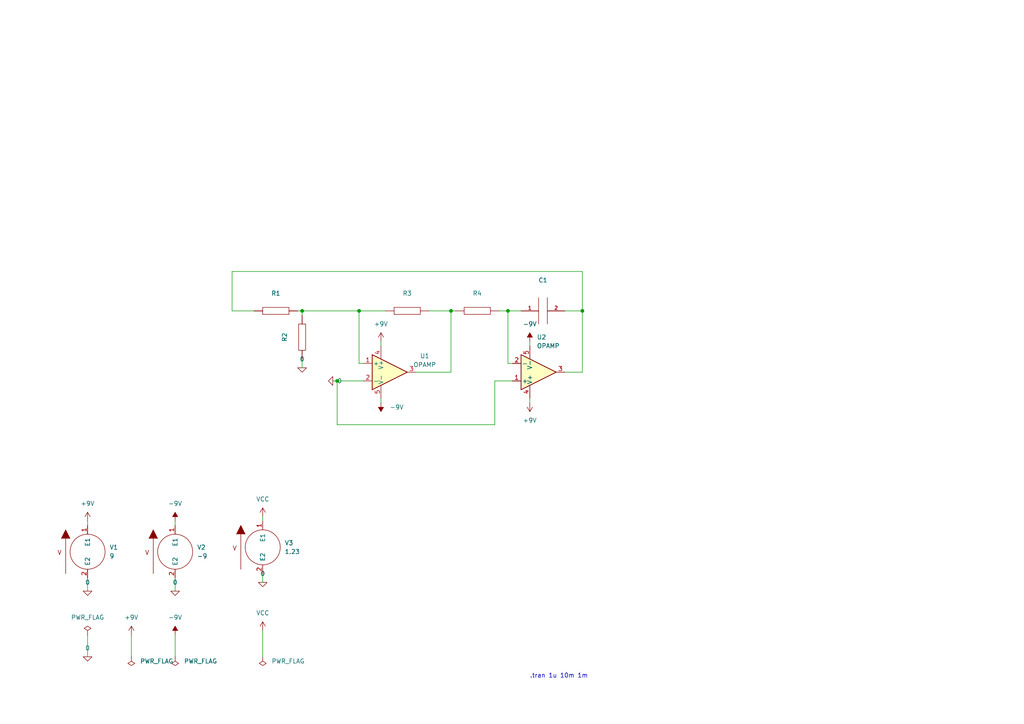
<source format=kicad_sch>
(kicad_sch (version 20211123) (generator eeschema)
  (paper "A4")
  (lib_symbols
    (symbol "power:+9V" (power) (pin_names (offset 0))
      (property "Value" "+9V" (at 0 3.556 0))
      (symbol "+9V_0_1"
        (polyline (pts (xy -0.762 1.27) (xy 0 2.54)))
        (polyline (pts (xy 0 0) (xy 0 2.54)))
        (polyline (pts (xy 0 2.54) (xy 0.762 1.27)))
      )
      (symbol "+9V_1_1"
        (pin power_in line (at 0 0 90) (length 0) hide (name "+9V") (number "1"))
      )
    )
    (symbol "power:-9V" (power) (pin_names (offset 0))
      (property "Value" "-9V" (at 0 3.81 0))
      (symbol "-9V_0_1"
        (polyline (pts (xy 0 0) (xy 0 2.54)))
        (polyline (pts (xy 0.762 1.27) (xy -0.762 1.27) (xy 0 2.54) (xy 0.762 1.27)) (fill (type outline)))
      )
      (symbol "-9V_1_1"
        (pin power_in line (at 0 0 90) (length 0) hide (name "-9V") (number "1"))
      )
    )
    (symbol "power:PWR_FLAG" (power) (pin_numbers hide) (pin_names (offset 0) hide)
      (property "Value" "PWR_FLAG" (at 0 3.81 0))
      (symbol "PWR_FLAG_0_0"
        (pin power_out line (at 0 0 90) (length 0) (name "pwr") (number "1"))
      )
      (symbol "PWR_FLAG_0_1"
        (polyline (pts (xy 0 0) (xy 0 1.27) (xy -1.016 1.905) (xy 0 2.54) (xy 1.016 1.905) (xy 0 1.27)))
      )
    )
    (symbol "power:VCC" (power) (pin_names (offset 0))
      (property "Value" "VCC" (at 0 3.81 0))
      (symbol "VCC_0_1"
        (polyline (pts (xy -0.762 1.27) (xy 0 2.54)))
        (polyline (pts (xy 0 0) (xy 0 2.54)))
        (polyline (pts (xy 0 2.54) (xy 0.762 1.27)))
      )
      (symbol "VCC_1_1"
        (pin power_in line (at 0 0 90) (length 0) hide (name "VCC") (number "1"))
      )
    )
    (symbol "pspice:0" (power) (pin_names (offset 0))
      (property "Value" "0" (at 0 -1.778 0))
      (symbol "0_0_1"
        (polyline (pts (xy -1.27 0) (xy 0 -1.27) (xy 1.27 0) (xy -1.27 0)))
      )
      (symbol "0_1_1"
        (pin power_in line (at 0 0 0) (length 0) hide (name "0") (number "1"))
      )
    )
    (symbol "pspice:C" (pin_names (offset 0.254))
      (property "Reference" "C" (at 2.54 3.81 90))
      (property "Value" "C" (at 2.54 -3.81 90))
      (symbol "C_0_1"
        (polyline (pts (xy -3.81 -1.27) (xy 3.81 -1.27)))
        (polyline (pts (xy -3.81 1.27) (xy 3.81 1.27)))
      )
      (symbol "C_1_1"
        (pin passive line (at 0 6.35 270) (length 5.08) (name "~") (number "1"))
        (pin passive line (at 0 -6.35 90) (length 5.08) (name "~") (number "2"))
      )
    )
    (symbol "pspice:OPAMP" (pin_names (offset 0.254))
      (property "Reference" "U" (at 3.81 3.175 0))
      (property "Value" "OPAMP" (at 3.81 -3.175 0))
      (symbol "OPAMP_0_1"
        (polyline (pts (xy 5.08 0) (xy -5.08 5.08) (xy -5.08 -5.08) (xy 5.08 0)) (stroke (width 0.254)) (fill (type background)))
      )
      (symbol "OPAMP_1_1"
        (pin input line (at -7.62 2.54 0) (length 2.54) (name "+") (number "1"))
        (pin input line (at -7.62 -2.54 0) (length 2.54) (name "-") (number "2"))
        (pin output line (at 7.62 0 180) (length 2.54) (name "~") (number "3"))
        (pin power_in line (at -2.54 7.62 270) (length 3.81) (name "V+") (number "4"))
        (pin power_in line (at -2.54 -7.62 90) (length 3.81) (name "V-") (number "5"))
      )
    )
    (symbol "pspice:R" (pin_numbers hide) (pin_names (offset 0))
      (property "Reference" "R" (at 2.032 0 90))
      (property "Value" "R" (at 0 0 90))
      (symbol "R_0_1"
        (rectangle (start -1.016 3.81) (end 1.016 -3.81))
      )
      (symbol "R_1_1"
        (pin passive line (at 0 6.35 270) (length 2.54) (name "~") (number "1"))
        (pin passive line (at 0 -6.35 90) (length 2.54) (name "~") (number "2"))
      )
    )
    (symbol "pspice:VSOURCE" (pin_names (offset 1.016))
      (property "Reference" "V" (at -6.35 7.62 0))
      (property "Value" "VSOURCE" (at 0 0 0))
      (symbol "VSOURCE_0_1"
        (polyline (pts (xy -6.35 -6.35) (xy -6.35 3.81)) (fill (type outline)))
        (polyline (pts (xy -7.62 3.81) (xy -6.35 6.35) (xy -5.08 3.81)) (fill (type outline)))
        (circle (center 0 0) (radius 5.08))
        (text "V" (at -8.128 -0.254 0) (effects (font (size 1.27 1.27))))
      )
      (symbol "VSOURCE_1_1"
        (pin input line (at 0 7.62 270) (length 2.54) (name "E1") (number "1"))
        (pin input line (at 0 -7.62 90) (length 2.54) (name "E2") (number "2"))
      )
    )
  )
  (junction (at 168.91 90.17))
  (junction (at 87.63 90.17))
  (junction (at 147.32 90.17))
  (junction (at 104.14 90.17))
  (junction (at 130.81 90.17))
  (junction (at 97.79 110.49))
  (wire (pts (xy 144.78 90.17) (xy 147.32 90.17)))
  (wire (pts (xy 168.91 107.95) (xy 168.91 90.17)))
  (wire (pts (xy 143.51 110.49) (xy 148.59 110.49)))
  (wire (pts (xy 124.46 90.17) (xy 130.81 90.17)))
  (wire (pts (xy 87.63 90.17) (xy 104.14 90.17)))
  (wire (pts (xy 87.63 104.14) (xy 87.63 106.68)))
  (wire (pts (xy 110.49 99.06) (xy 110.49 100.33)))
  (wire (pts (xy 130.81 90.17) (xy 132.08 90.17)))
  (wire (pts (xy 67.31 90.17) (xy 67.31 78.74)))
  (wire (pts (xy 104.14 90.17) (xy 111.76 90.17)))
  (wire (pts (xy 120.65 107.95) (xy 130.81 107.95)))
  (wire (pts (xy 25.4 151.13) (xy 25.4 152.4)))
  (wire (pts (xy 148.59 105.41) (xy 147.32 105.41)))
  (wire (pts (xy 25.4 184.15) (xy 25.4 190.5)))
  (wire (pts (xy 76.2 166.37) (xy 76.2 168.91)))
  (wire (pts (xy 153.67 115.57) (xy 153.67 116.84)))
  (wire (pts (xy 96.52 110.49) (xy 97.79 110.49)))
  (wire (pts (xy 153.67 99.06) (xy 153.67 100.33)))
  (wire (pts (xy 86.36 90.17) (xy 87.63 90.17)))
  (wire (pts (xy 147.32 90.17) (xy 151.13 90.17)))
  (wire (pts (xy 163.83 107.95) (xy 168.91 107.95)))
  (wire (pts (xy 105.41 110.49) (xy 97.79 110.49)))
  (wire (pts (xy 76.2 182.88) (xy 76.2 190.5)))
  (wire (pts (xy 104.14 90.17) (xy 104.14 105.41)))
  (wire (pts (xy 50.8 151.13) (xy 50.8 152.4)))
  (wire (pts (xy 87.63 90.17) (xy 87.63 91.44)))
  (wire (pts (xy 97.79 123.19) (xy 143.51 123.19)))
  (wire (pts (xy 67.31 78.74) (xy 168.91 78.74)))
  (wire (pts (xy 97.79 110.49) (xy 97.79 123.19)))
  (wire (pts (xy 50.8 184.15) (xy 50.8 190.5)))
  (wire (pts (xy 143.51 123.19) (xy 143.51 110.49)))
  (wire (pts (xy 168.91 90.17) (xy 163.83 90.17)))
  (wire (pts (xy 50.8 167.64) (xy 50.8 171.45)))
  (wire (pts (xy 130.81 90.17) (xy 130.81 107.95)))
  (wire (pts (xy 38.1 184.15) (xy 38.1 190.5)))
  (wire (pts (xy 73.66 90.17) (xy 67.31 90.17)))
  (wire (pts (xy 168.91 78.74) (xy 168.91 90.17)))
  (wire (pts (xy 147.32 90.17) (xy 147.32 105.41)))
  (wire (pts (xy 105.41 105.41) (xy 104.14 105.41)))
  (wire (pts (xy 76.2 149.86) (xy 76.2 151.13)))
  (wire (pts (xy 25.4 167.64) (xy 25.4 171.45)))
  (wire (pts (xy 110.49 115.57) (xy 110.49 116.84)))
  (text ".tran 1u 10m 1m" (at 153.67 196.85 0) (effects (font (size 1.27 1.27)) (justify left bottom)))
  (symbol (lib_id "pspice:0") (at 25.4 171.45 0) (unit 1)
    (property "Reference" "#GND02" (effects hide))
    (property "Value" "0" (at 25.4 168.91 0))
  )
  (symbol (lib_id "power:-9V") (at 50.8 184.15 0) (unit 1)
    (property "Reference" "#PWR03" (effects hide))
    (property "Value" "-9V" (at 50.8 179.07 0))
  )
  (symbol (lib_id "pspice:0") (at 25.4 190.5 0) (unit 1)
    (property "Reference" "#GND01" (effects hide))
    (property "Value" "0" (at 25.4 187.96 0))
  )
  (symbol (lib_id "pspice:R") (at 87.63 97.79 180) (unit 1)
    (property "Reference" "R2" (at 82.55 97.79 90))
    (property "Value" "1" (effects hide))
    (property "Spice_Primitive" "R" (effects hide))
    (property "Spice_Model" "500k" (at 85.09 97.79 90))
    (property "Spice_Netlist_Enabled" "Y" (effects hide))
  )
  (symbol (lib_id "power:+9V") (at 153.67 116.84 180) (unit 1)
    (property "Reference" "#PWR010" (effects hide))
    (property "Value" "+9V" (at 153.67 121.92 0))
  )
  (symbol (lib_id "pspice:R") (at 138.43 90.17 90) (unit 1)
    (property "Reference" "R4" (at 138.43 85.09 90))
    (property "Value" "1" (effects hide))
    (property "Spice_Primitive" "R" (effects hide))
    (property "Spice_Model" "1.27k" (at 138.43 87.63 90))
    (property "Spice_Netlist_Enabled" "Y" (effects hide))
  )
  (symbol (lib_id "power:PWR_FLAG") (at 50.8 190.5 180) (unit 1)
    (property "Reference" "#FLG03" (effects hide))
    (property "Value" "PWR_FLAG" (at 53.34 191.7699 0) (effects (justify right)))
  )
  (symbol (lib_id "power:+9V") (at 25.4 151.13 0) (unit 1)
    (property "Reference" "#PWR02" (effects hide))
    (property "Value" "+9V" (at 25.4 146.05 0))
  )
  (symbol (lib_id "power:-9V") (at 153.67 99.06 0) (unit 1)
    (property "Reference" "#PWR011" (effects hide))
    (property "Value" "-9V" (at 153.67 93.98 0))
  )
  (symbol (lib_id "power:+9V") (at 110.49 99.06 0) (unit 1)
    (property "Reference" "#PWR08" (effects hide))
    (property "Value" "+9V" (at 110.49 93.98 0))
  )
  (symbol (lib_id "pspice:OPAMP") (at 156.21 107.95 0) (mirror x) (unit 1)
    (property "Reference" "U2" (at 155.6894 97.79 0) (effects (justify left)))
    (property "Value" "OPAMP" (at 155.6894 100.33 0) (effects (justify left)))
    (property "Spice_Primitive" "X" (effects hide))
    (property "Spice_Model" "LM324" (effects hide))
    (property "Spice_Netlist_Enabled" "Y" (effects hide))
    (property "Spice_Node_Sequence" "1 2 4 5 3" (effects hide))
    (property "Spice_Lib_File" "C:\\Users\\Osman Alperen\\Desktop\\LTSpice-parts\\LTSpice-parts-master\\parts\\op amp\\LM324.ti.lib" (effects hide))
  )
  (symbol (lib_id "power:VCC") (at 76.2 149.86 0) (unit 1)
    (property "Reference" "#PWR06" (effects hide))
    (property "Value" "VCC" (at 76.2 144.78 0))
  )
  (symbol (lib_id "pspice:0") (at 87.63 106.68 0) (unit 1)
    (property "Reference" "#GND04" (effects hide))
    (property "Value" "0" (at 87.63 104.14 0))
  )
  (symbol (lib_id "power:-9V") (at 110.49 116.84 180) (unit 1)
    (property "Reference" "#PWR09" (effects hide))
    (property "Value" "-9V" (at 113.03 118.1099 0) (effects (justify right)))
  )
  (symbol (lib_id "power:PWR_FLAG") (at 25.4 184.15 0) (unit 1)
    (property "Reference" "#FLG01" (effects hide))
    (property "Value" "PWR_FLAG" (at 25.4 179.07 0))
  )
  (symbol (lib_id "pspice:OPAMP") (at 113.03 107.95 0) (unit 1)
    (property "Reference" "U1" (at 123.19 103.251 0))
    (property "Value" "OPAMP" (at 123.19 105.791 0))
    (property "Spice_Primitive" "X" (effects hide))
    (property "Spice_Model" "LM324" (effects hide))
    (property "Spice_Netlist_Enabled" "Y" (effects hide))
    (property "Spice_Node_Sequence" "1 2 4 5 3" (effects hide))
    (property "Spice_Lib_File" "C:\\Users\\Osman Alperen\\Desktop\\LTSpice-parts\\LTSpice-parts-master\\parts\\op amp\\LM324.ti.lib" (effects hide))
  )
  (symbol (lib_id "pspice:R") (at 118.11 90.17 90) (unit 1)
    (property "Reference" "R3" (at 118.11 85.09 90))
    (property "Value" "1" (effects hide))
    (property "Spice_Primitive" "R" (effects hide))
    (property "Spice_Model" "1125k" (at 118.11 87.63 90))
    (property "Spice_Netlist_Enabled" "Y" (effects hide))
  )
  (symbol (lib_id "pspice:VSOURCE") (at 50.8 160.02 0) (unit 1)
    (property "Reference" "V2" (at 57.15 158.7499 0) (effects (justify left)))
    (property "Value" "-9V" (at 57.15 161.2899 0) (effects (justify left)))
    (property "Spice_Primitive" "V" (effects hide))
    (property "Spice_Model" "dc -9" (effects hide))
    (property "Spice_Netlist_Enabled" "Y" (effects hide))
  )
  (symbol (lib_id "power:PWR_FLAG") (at 38.1 190.5 180) (unit 1)
    (property "Reference" "#FLG02" (effects hide))
    (property "Value" "PWR_FLAG" (at 40.64 191.7699 0) (effects (justify right)))
  )
  (symbol (lib_id "power:VCC") (at 76.2 182.88 0) (unit 1)
    (property "Reference" "#PWR07" (effects hide))
    (property "Value" "VCC" (at 76.2 177.8 0))
  )
  (symbol (lib_id "pspice:0") (at 76.2 168.91 0) (unit 1)
    (property "Reference" "#GND05" (effects hide))
    (property "Value" "0" (at 76.2 166.37 0))
  )
  (symbol (lib_id "pspice:VSOURCE") (at 76.2 158.75 0) (unit 1)
    (property "Reference" "V3" (at 82.55 157.4799 0) (effects (justify left)))
    (property "Value" "1.23V" (at 82.55 160.0199 0) (effects (justify left)))
    (property "Spice_Primitive" "V" (effects hide))
    (property "Spice_Model" "dc 1.23" (effects hide))
    (property "Spice_Netlist_Enabled" "Y" (effects hide))
  )
  (symbol (lib_id "pspice:0") (at 50.8 171.45 0) (unit 1)
    (property "Reference" "#GND03" (effects hide))
    (property "Value" "0" (at 50.8 168.91 0))
  )
  (symbol (lib_id "power:-9V") (at 50.8 151.13 0) (unit 1)
    (property "Reference" "#PWR04" (effects hide))
    (property "Value" "-9V" (at 50.8 146.05 0))
  )
  (symbol (lib_id "pspice:0") (at 96.52 110.49 270) (unit 1)
    (property "Reference" "#GND06" (effects hide))
    (property "Value" "0" (at 97.79 110.4899 90) (effects (justify left)))
  )
  (symbol (lib_id "pspice:C") (at 157.48 90.17 90) (unit 1)
    (property "Reference" "C1" (at 157.48 81.28 90))
    (property "Value" "500n" (effects hide))
    (property "Spice_Primitive" "C" (effects hide))
    (property "Spice_Model" "220p" (at 157.48 85.09 90))
    (property "Spice_Netlist_Enabled" "Y" (effects hide))
  )
  (symbol (lib_id "pspice:R") (at 80.01 90.17 90) (unit 1)
    (property "Reference" "R1" (at 80.01 85.09 90))
    (property "Value" "1" (effects hide))
    (property "Spice_Primitive" "R" (effects hide))
    (property "Spice_Model" "100k" (at 80.01 87.63 90))
    (property "Spice_Netlist_Enabled" "Y" (effects hide))
  )
  (symbol (lib_id "pspice:VSOURCE") (at 25.4 160.02 0) (unit 1)
    (property "Reference" "V1" (at 31.75 158.7499 0) (effects (justify left)))
    (property "Value" "9V" (at 31.75 161.2899 0) (effects (justify left)))
    (property "Spice_Primitive" "V" (effects hide))
    (property "Spice_Model" "dc 9" (effects hide))
    (property "Spice_Netlist_Enabled" "Y" (effects hide))
  )
  (symbol (lib_id "power:+9V") (at 38.1 184.15 0) (unit 1)
    (property "Reference" "#PWR01" (effects hide))
    (property "Value" "+9V" (at 38.1 179.07 0))
  )
  (symbol (lib_id "power:PWR_FLAG") (at 76.2 190.5 180) (unit 1)
    (property "Reference" "#FLG04" (effects hide))
    (property "Value" "PWR_FLAG" (at 78.74 191.7699 0) (effects (justify right)))
  )
)
</source>
